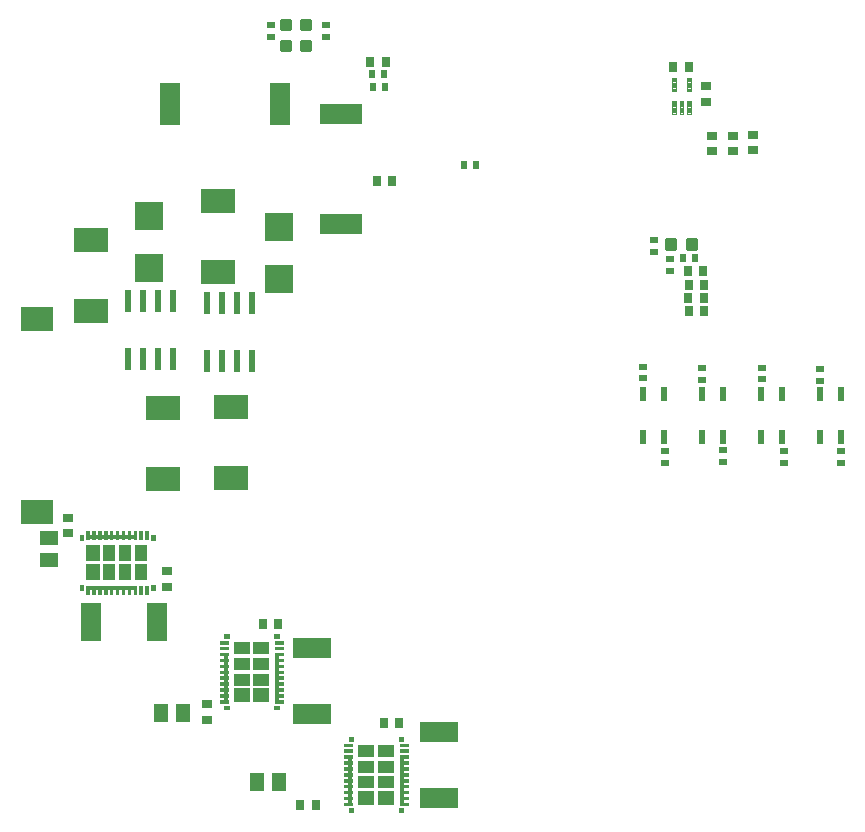
<source format=gbr>
G04 EAGLE Gerber X2 export*
%TF.Part,Single*%
%TF.FileFunction,Paste,Top*%
%TF.FilePolarity,Positive*%
%TF.GenerationSoftware,Autodesk,EAGLE,8.6.0*%
%TF.CreationDate,2018-04-20T16:04:26Z*%
G75*
%MOMM*%
%FSLAX34Y34*%
%LPD*%
%AMOC8*
5,1,8,0,0,1.08239X$1,22.5*%
G01*
%ADD10R,0.558800X1.981200*%
%ADD11R,3.000000X2.000000*%
%ADD12R,0.700000X0.900000*%
%ADD13R,0.900000X0.700000*%
%ADD14R,2.400000X2.400000*%
%ADD15C,0.300000*%
%ADD16R,0.600000X1.200000*%
%ADD17R,0.700000X0.600000*%
%ADD18R,3.200000X1.800000*%
%ADD19R,0.600000X0.700000*%
%ADD20R,1.300000X1.500000*%
%ADD21R,1.500000X1.300000*%
%ADD22R,1.800000X3.200000*%
%ADD23R,3.600000X1.800000*%
%ADD24R,1.800000X3.600000*%
%ADD25R,1.408969X1.132000*%
%ADD26R,1.408416X1.158291*%
%ADD27R,1.408744X1.118800*%
%ADD28R,1.407994X1.092841*%
%ADD29R,1.437131X1.094559*%
%ADD30R,1.434150X1.118406*%
%ADD31R,1.435381X1.140469*%
%ADD32R,1.434009X1.160269*%
%ADD33R,0.385381X3.910769*%
%ADD34R,0.316159X3.915181*%
%ADD35C,0.037500*%
%ADD36C,0.056250*%
%ADD37R,1.132000X1.408969*%
%ADD38R,1.158291X1.408416*%
%ADD39R,1.118800X1.408744*%
%ADD40R,1.092841X1.407994*%
%ADD41R,1.094559X1.437131*%
%ADD42R,1.118406X1.434150*%
%ADD43R,1.140469X1.435381*%
%ADD44R,1.160269X1.434009*%
%ADD45R,3.910769X0.385381*%
%ADD46R,3.915181X0.316159*%
%ADD47R,2.800000X2.100000*%
%ADD48C,0.100000*%


D10*
X376738Y617668D03*
X364038Y617668D03*
X351338Y617668D03*
X338638Y617668D03*
X338638Y568392D03*
X351338Y568392D03*
X364038Y568392D03*
X376738Y568392D03*
X310356Y618844D03*
X297656Y618844D03*
X284956Y618844D03*
X272256Y618844D03*
X272256Y569568D03*
X284956Y569568D03*
X297656Y569568D03*
X310356Y569568D03*
D11*
X240678Y670802D03*
X240678Y610802D03*
D12*
X759200Y644700D03*
X746200Y644700D03*
X430900Y192200D03*
X417900Y192200D03*
D13*
X338800Y277400D03*
X338800Y264400D03*
D12*
X490200Y821700D03*
X477200Y821700D03*
D11*
X301964Y528610D03*
X301964Y468610D03*
D12*
X495800Y720200D03*
X482800Y720200D03*
D11*
X348080Y703808D03*
X348080Y643808D03*
D12*
X746800Y817200D03*
X733800Y817200D03*
D13*
X221300Y435300D03*
X221300Y422300D03*
X761700Y787800D03*
X761700Y800800D03*
D12*
X746676Y632902D03*
X759676Y632902D03*
X746422Y621518D03*
X759422Y621518D03*
D11*
X359696Y529452D03*
X359696Y469452D03*
D12*
X746676Y610150D03*
X759676Y610150D03*
D13*
X783966Y745952D03*
X783966Y758952D03*
X766550Y745870D03*
X766550Y758870D03*
X801036Y746766D03*
X801036Y759766D03*
D12*
X386228Y345904D03*
X399228Y345904D03*
D13*
X305116Y390040D03*
X305116Y377040D03*
D12*
X488472Y261936D03*
X501472Y261936D03*
D14*
X290270Y647258D03*
X290270Y691258D03*
X400208Y637718D03*
X400208Y681718D03*
D15*
X735430Y670400D02*
X735430Y663400D01*
X728430Y663400D01*
X728430Y670400D01*
X735430Y670400D01*
X735430Y666399D02*
X728430Y666399D01*
X728430Y669398D02*
X735430Y669398D01*
X752970Y670400D02*
X752970Y663400D01*
X745970Y663400D01*
X745970Y670400D01*
X752970Y670400D01*
X752970Y666399D02*
X745970Y666399D01*
X745970Y669398D02*
X752970Y669398D01*
D16*
X726000Y504000D03*
X726000Y540000D03*
X708000Y540000D03*
X708000Y504000D03*
X776000Y504000D03*
X776000Y540000D03*
X758000Y540000D03*
X758000Y504000D03*
X826000Y504000D03*
X826000Y540000D03*
X808000Y540000D03*
X808000Y504000D03*
X876000Y504000D03*
X876000Y540000D03*
X858000Y540000D03*
X858000Y504000D03*
D17*
X730800Y654200D03*
X730800Y644200D03*
D18*
X427628Y325240D03*
X427628Y269240D03*
X535644Y254016D03*
X535644Y198016D03*
D19*
X479400Y800300D03*
X489400Y800300D03*
D17*
X875650Y492170D03*
X875650Y482170D03*
X858050Y551470D03*
X858050Y561470D03*
D19*
X566700Y734400D03*
X556700Y734400D03*
D17*
X827150Y492170D03*
X827150Y482170D03*
X808850Y552670D03*
X808850Y562670D03*
X775654Y492910D03*
X775654Y482910D03*
X758350Y551870D03*
X758350Y561870D03*
X726546Y492186D03*
X726546Y482186D03*
X708550Y553470D03*
X708550Y563470D03*
D20*
X381008Y211622D03*
X400008Y211622D03*
X299690Y269954D03*
X318690Y269954D03*
D21*
X205418Y399384D03*
X205418Y418384D03*
D19*
X742000Y655500D03*
X752000Y655500D03*
D17*
X717200Y660700D03*
X717200Y670700D03*
D22*
X296688Y347150D03*
X240688Y347150D03*
D23*
X452582Y684612D03*
X452582Y777612D03*
D24*
X400814Y785508D03*
X307814Y785508D03*
D25*
X490177Y211572D03*
D26*
X490180Y198241D03*
D27*
X490178Y224838D03*
D28*
X490182Y238168D03*
D29*
X473836Y238159D03*
D30*
X473851Y224840D03*
D31*
X473845Y211530D03*
D32*
X473852Y198231D03*
D33*
X460145Y213678D03*
D34*
X503991Y213656D03*
D35*
X461885Y242169D02*
X461885Y244295D01*
X461885Y242169D02*
X455259Y242169D01*
X455259Y244295D01*
X461885Y244295D01*
X461885Y242543D02*
X455259Y242543D01*
X455259Y242917D02*
X461885Y242917D01*
X461885Y243291D02*
X455259Y243291D01*
X455259Y243665D02*
X461885Y243665D01*
X461885Y244039D02*
X455259Y244039D01*
X508885Y244295D02*
X508885Y242169D01*
X502259Y242169D01*
X502259Y244295D01*
X508885Y244295D01*
X508885Y242543D02*
X502259Y242543D01*
X502259Y242917D02*
X508885Y242917D01*
X508885Y243291D02*
X502259Y243291D01*
X502259Y243665D02*
X508885Y243665D01*
X508885Y244039D02*
X502259Y244039D01*
X461885Y239295D02*
X461885Y237169D01*
X455259Y237169D01*
X455259Y239295D01*
X461885Y239295D01*
X461885Y237543D02*
X455259Y237543D01*
X455259Y237917D02*
X461885Y237917D01*
X461885Y238291D02*
X455259Y238291D01*
X455259Y238665D02*
X461885Y238665D01*
X461885Y239039D02*
X455259Y239039D01*
X461885Y234295D02*
X461885Y232169D01*
X455259Y232169D01*
X455259Y234295D01*
X461885Y234295D01*
X461885Y232543D02*
X455259Y232543D01*
X455259Y232917D02*
X461885Y232917D01*
X461885Y233291D02*
X455259Y233291D01*
X455259Y233665D02*
X461885Y233665D01*
X461885Y234039D02*
X455259Y234039D01*
X461885Y229295D02*
X461885Y227169D01*
X455259Y227169D01*
X455259Y229295D01*
X461885Y229295D01*
X461885Y227543D02*
X455259Y227543D01*
X455259Y227917D02*
X461885Y227917D01*
X461885Y228291D02*
X455259Y228291D01*
X455259Y228665D02*
X461885Y228665D01*
X461885Y229039D02*
X455259Y229039D01*
X461885Y224295D02*
X461885Y222169D01*
X455259Y222169D01*
X455259Y224295D01*
X461885Y224295D01*
X461885Y222543D02*
X455259Y222543D01*
X455259Y222917D02*
X461885Y222917D01*
X461885Y223291D02*
X455259Y223291D01*
X455259Y223665D02*
X461885Y223665D01*
X461885Y224039D02*
X455259Y224039D01*
X461885Y219295D02*
X461885Y217169D01*
X455259Y217169D01*
X455259Y219295D01*
X461885Y219295D01*
X461885Y217543D02*
X455259Y217543D01*
X455259Y217917D02*
X461885Y217917D01*
X461885Y218291D02*
X455259Y218291D01*
X455259Y218665D02*
X461885Y218665D01*
X461885Y219039D02*
X455259Y219039D01*
X461885Y214295D02*
X461885Y212169D01*
X455259Y212169D01*
X455259Y214295D01*
X461885Y214295D01*
X461885Y212543D02*
X455259Y212543D01*
X455259Y212917D02*
X461885Y212917D01*
X461885Y213291D02*
X455259Y213291D01*
X455259Y213665D02*
X461885Y213665D01*
X461885Y214039D02*
X455259Y214039D01*
X461885Y209295D02*
X461885Y207169D01*
X455259Y207169D01*
X455259Y209295D01*
X461885Y209295D01*
X461885Y207543D02*
X455259Y207543D01*
X455259Y207917D02*
X461885Y207917D01*
X461885Y208291D02*
X455259Y208291D01*
X455259Y208665D02*
X461885Y208665D01*
X461885Y209039D02*
X455259Y209039D01*
X461885Y204295D02*
X461885Y202169D01*
X455259Y202169D01*
X455259Y204295D01*
X461885Y204295D01*
X461885Y202543D02*
X455259Y202543D01*
X455259Y202917D02*
X461885Y202917D01*
X461885Y203291D02*
X455259Y203291D01*
X455259Y203665D02*
X461885Y203665D01*
X461885Y204039D02*
X455259Y204039D01*
X461885Y199295D02*
X461885Y197169D01*
X455259Y197169D01*
X455259Y199295D01*
X461885Y199295D01*
X461885Y197543D02*
X455259Y197543D01*
X455259Y197917D02*
X461885Y197917D01*
X461885Y198291D02*
X455259Y198291D01*
X455259Y198665D02*
X461885Y198665D01*
X461885Y199039D02*
X455259Y199039D01*
X461885Y194295D02*
X461885Y192169D01*
X455259Y192169D01*
X455259Y194295D01*
X461885Y194295D01*
X461885Y192543D02*
X455259Y192543D01*
X455259Y192917D02*
X461885Y192917D01*
X461885Y193291D02*
X455259Y193291D01*
X455259Y193665D02*
X461885Y193665D01*
X461885Y194039D02*
X455259Y194039D01*
X508885Y194295D02*
X508885Y192169D01*
X502259Y192169D01*
X502259Y194295D01*
X508885Y194295D01*
X508885Y192543D02*
X502259Y192543D01*
X502259Y192917D02*
X508885Y192917D01*
X508885Y193291D02*
X502259Y193291D01*
X502259Y193665D02*
X508885Y193665D01*
X508885Y194039D02*
X502259Y194039D01*
X508885Y197169D02*
X508885Y199295D01*
X508885Y197169D02*
X502259Y197169D01*
X502259Y199295D01*
X508885Y199295D01*
X508885Y197543D02*
X502259Y197543D01*
X502259Y197917D02*
X508885Y197917D01*
X508885Y198291D02*
X502259Y198291D01*
X502259Y198665D02*
X508885Y198665D01*
X508885Y199039D02*
X502259Y199039D01*
X508885Y202169D02*
X508885Y204295D01*
X508885Y202169D02*
X502259Y202169D01*
X502259Y204295D01*
X508885Y204295D01*
X508885Y202543D02*
X502259Y202543D01*
X502259Y202917D02*
X508885Y202917D01*
X508885Y203291D02*
X502259Y203291D01*
X502259Y203665D02*
X508885Y203665D01*
X508885Y204039D02*
X502259Y204039D01*
X508885Y207169D02*
X508885Y209295D01*
X508885Y207169D02*
X502259Y207169D01*
X502259Y209295D01*
X508885Y209295D01*
X508885Y207543D02*
X502259Y207543D01*
X502259Y207917D02*
X508885Y207917D01*
X508885Y208291D02*
X502259Y208291D01*
X502259Y208665D02*
X508885Y208665D01*
X508885Y209039D02*
X502259Y209039D01*
X508885Y212169D02*
X508885Y214295D01*
X508885Y212169D02*
X502259Y212169D01*
X502259Y214295D01*
X508885Y214295D01*
X508885Y212543D02*
X502259Y212543D01*
X502259Y212917D02*
X508885Y212917D01*
X508885Y213291D02*
X502259Y213291D01*
X502259Y213665D02*
X508885Y213665D01*
X508885Y214039D02*
X502259Y214039D01*
X508885Y217169D02*
X508885Y219295D01*
X508885Y217169D02*
X502259Y217169D01*
X502259Y219295D01*
X508885Y219295D01*
X508885Y217543D02*
X502259Y217543D01*
X502259Y217917D02*
X508885Y217917D01*
X508885Y218291D02*
X502259Y218291D01*
X502259Y218665D02*
X508885Y218665D01*
X508885Y219039D02*
X502259Y219039D01*
X508885Y222169D02*
X508885Y224295D01*
X508885Y222169D02*
X502259Y222169D01*
X502259Y224295D01*
X508885Y224295D01*
X508885Y222543D02*
X502259Y222543D01*
X502259Y222917D02*
X508885Y222917D01*
X508885Y223291D02*
X502259Y223291D01*
X502259Y223665D02*
X508885Y223665D01*
X508885Y224039D02*
X502259Y224039D01*
X508885Y227169D02*
X508885Y229295D01*
X508885Y227169D02*
X502259Y227169D01*
X502259Y229295D01*
X508885Y229295D01*
X508885Y227543D02*
X502259Y227543D01*
X502259Y227917D02*
X508885Y227917D01*
X508885Y228291D02*
X502259Y228291D01*
X502259Y228665D02*
X508885Y228665D01*
X508885Y229039D02*
X502259Y229039D01*
X508885Y232169D02*
X508885Y234295D01*
X508885Y232169D02*
X502259Y232169D01*
X502259Y234295D01*
X508885Y234295D01*
X508885Y232543D02*
X502259Y232543D01*
X502259Y232917D02*
X508885Y232917D01*
X508885Y233291D02*
X502259Y233291D01*
X502259Y233665D02*
X508885Y233665D01*
X508885Y234039D02*
X502259Y234039D01*
X508885Y237169D02*
X508885Y239295D01*
X508885Y237169D02*
X502259Y237169D01*
X502259Y239295D01*
X508885Y239295D01*
X508885Y237543D02*
X502259Y237543D01*
X502259Y237917D02*
X508885Y237917D01*
X508885Y238291D02*
X502259Y238291D01*
X502259Y238665D02*
X508885Y238665D01*
X508885Y239039D02*
X502259Y239039D01*
D36*
X501353Y246768D02*
X505091Y246768D01*
X501353Y246768D02*
X501353Y249956D01*
X505091Y249956D01*
X505091Y246768D01*
X505091Y247330D02*
X501353Y247330D01*
X501353Y247892D02*
X505091Y247892D01*
X505091Y248454D02*
X501353Y248454D01*
X501353Y249016D02*
X505091Y249016D01*
X505091Y249578D02*
X501353Y249578D01*
X462791Y246768D02*
X459053Y246768D01*
X459053Y249956D01*
X462791Y249956D01*
X462791Y246768D01*
X462791Y247330D02*
X459053Y247330D01*
X459053Y247892D02*
X462791Y247892D01*
X462791Y248454D02*
X459053Y248454D01*
X459053Y249016D02*
X462791Y249016D01*
X462791Y249578D02*
X459053Y249578D01*
X459053Y186508D02*
X462791Y186508D01*
X459053Y186508D02*
X459053Y189696D01*
X462791Y189696D01*
X462791Y186508D01*
X462791Y187070D02*
X459053Y187070D01*
X459053Y187632D02*
X462791Y187632D01*
X462791Y188194D02*
X459053Y188194D01*
X459053Y188756D02*
X462791Y188756D01*
X462791Y189318D02*
X459053Y189318D01*
X501353Y186508D02*
X505091Y186508D01*
X501353Y186508D02*
X501353Y189696D01*
X505091Y189696D01*
X505091Y186508D01*
X505091Y187070D02*
X501353Y187070D01*
X501353Y187632D02*
X505091Y187632D01*
X505091Y188194D02*
X501353Y188194D01*
X501353Y188756D02*
X505091Y188756D01*
X505091Y189318D02*
X501353Y189318D01*
D25*
X384735Y298416D03*
D26*
X384738Y285085D03*
D27*
X384736Y311682D03*
D28*
X384740Y325012D03*
D29*
X368394Y325003D03*
D30*
X368409Y311684D03*
D31*
X368403Y298374D03*
D32*
X368410Y285075D03*
D33*
X354703Y300522D03*
D34*
X398549Y300500D03*
D35*
X356443Y329013D02*
X356443Y331139D01*
X356443Y329013D02*
X349817Y329013D01*
X349817Y331139D01*
X356443Y331139D01*
X356443Y329387D02*
X349817Y329387D01*
X349817Y329761D02*
X356443Y329761D01*
X356443Y330135D02*
X349817Y330135D01*
X349817Y330509D02*
X356443Y330509D01*
X356443Y330883D02*
X349817Y330883D01*
X403443Y331139D02*
X403443Y329013D01*
X396817Y329013D01*
X396817Y331139D01*
X403443Y331139D01*
X403443Y329387D02*
X396817Y329387D01*
X396817Y329761D02*
X403443Y329761D01*
X403443Y330135D02*
X396817Y330135D01*
X396817Y330509D02*
X403443Y330509D01*
X403443Y330883D02*
X396817Y330883D01*
X356443Y326139D02*
X356443Y324013D01*
X349817Y324013D01*
X349817Y326139D01*
X356443Y326139D01*
X356443Y324387D02*
X349817Y324387D01*
X349817Y324761D02*
X356443Y324761D01*
X356443Y325135D02*
X349817Y325135D01*
X349817Y325509D02*
X356443Y325509D01*
X356443Y325883D02*
X349817Y325883D01*
X356443Y321139D02*
X356443Y319013D01*
X349817Y319013D01*
X349817Y321139D01*
X356443Y321139D01*
X356443Y319387D02*
X349817Y319387D01*
X349817Y319761D02*
X356443Y319761D01*
X356443Y320135D02*
X349817Y320135D01*
X349817Y320509D02*
X356443Y320509D01*
X356443Y320883D02*
X349817Y320883D01*
X356443Y316139D02*
X356443Y314013D01*
X349817Y314013D01*
X349817Y316139D01*
X356443Y316139D01*
X356443Y314387D02*
X349817Y314387D01*
X349817Y314761D02*
X356443Y314761D01*
X356443Y315135D02*
X349817Y315135D01*
X349817Y315509D02*
X356443Y315509D01*
X356443Y315883D02*
X349817Y315883D01*
X356443Y311139D02*
X356443Y309013D01*
X349817Y309013D01*
X349817Y311139D01*
X356443Y311139D01*
X356443Y309387D02*
X349817Y309387D01*
X349817Y309761D02*
X356443Y309761D01*
X356443Y310135D02*
X349817Y310135D01*
X349817Y310509D02*
X356443Y310509D01*
X356443Y310883D02*
X349817Y310883D01*
X356443Y306139D02*
X356443Y304013D01*
X349817Y304013D01*
X349817Y306139D01*
X356443Y306139D01*
X356443Y304387D02*
X349817Y304387D01*
X349817Y304761D02*
X356443Y304761D01*
X356443Y305135D02*
X349817Y305135D01*
X349817Y305509D02*
X356443Y305509D01*
X356443Y305883D02*
X349817Y305883D01*
X356443Y301139D02*
X356443Y299013D01*
X349817Y299013D01*
X349817Y301139D01*
X356443Y301139D01*
X356443Y299387D02*
X349817Y299387D01*
X349817Y299761D02*
X356443Y299761D01*
X356443Y300135D02*
X349817Y300135D01*
X349817Y300509D02*
X356443Y300509D01*
X356443Y300883D02*
X349817Y300883D01*
X356443Y296139D02*
X356443Y294013D01*
X349817Y294013D01*
X349817Y296139D01*
X356443Y296139D01*
X356443Y294387D02*
X349817Y294387D01*
X349817Y294761D02*
X356443Y294761D01*
X356443Y295135D02*
X349817Y295135D01*
X349817Y295509D02*
X356443Y295509D01*
X356443Y295883D02*
X349817Y295883D01*
X356443Y291139D02*
X356443Y289013D01*
X349817Y289013D01*
X349817Y291139D01*
X356443Y291139D01*
X356443Y289387D02*
X349817Y289387D01*
X349817Y289761D02*
X356443Y289761D01*
X356443Y290135D02*
X349817Y290135D01*
X349817Y290509D02*
X356443Y290509D01*
X356443Y290883D02*
X349817Y290883D01*
X356443Y286139D02*
X356443Y284013D01*
X349817Y284013D01*
X349817Y286139D01*
X356443Y286139D01*
X356443Y284387D02*
X349817Y284387D01*
X349817Y284761D02*
X356443Y284761D01*
X356443Y285135D02*
X349817Y285135D01*
X349817Y285509D02*
X356443Y285509D01*
X356443Y285883D02*
X349817Y285883D01*
X356443Y281139D02*
X356443Y279013D01*
X349817Y279013D01*
X349817Y281139D01*
X356443Y281139D01*
X356443Y279387D02*
X349817Y279387D01*
X349817Y279761D02*
X356443Y279761D01*
X356443Y280135D02*
X349817Y280135D01*
X349817Y280509D02*
X356443Y280509D01*
X356443Y280883D02*
X349817Y280883D01*
X403443Y281139D02*
X403443Y279013D01*
X396817Y279013D01*
X396817Y281139D01*
X403443Y281139D01*
X403443Y279387D02*
X396817Y279387D01*
X396817Y279761D02*
X403443Y279761D01*
X403443Y280135D02*
X396817Y280135D01*
X396817Y280509D02*
X403443Y280509D01*
X403443Y280883D02*
X396817Y280883D01*
X403443Y284013D02*
X403443Y286139D01*
X403443Y284013D02*
X396817Y284013D01*
X396817Y286139D01*
X403443Y286139D01*
X403443Y284387D02*
X396817Y284387D01*
X396817Y284761D02*
X403443Y284761D01*
X403443Y285135D02*
X396817Y285135D01*
X396817Y285509D02*
X403443Y285509D01*
X403443Y285883D02*
X396817Y285883D01*
X403443Y289013D02*
X403443Y291139D01*
X403443Y289013D02*
X396817Y289013D01*
X396817Y291139D01*
X403443Y291139D01*
X403443Y289387D02*
X396817Y289387D01*
X396817Y289761D02*
X403443Y289761D01*
X403443Y290135D02*
X396817Y290135D01*
X396817Y290509D02*
X403443Y290509D01*
X403443Y290883D02*
X396817Y290883D01*
X403443Y294013D02*
X403443Y296139D01*
X403443Y294013D02*
X396817Y294013D01*
X396817Y296139D01*
X403443Y296139D01*
X403443Y294387D02*
X396817Y294387D01*
X396817Y294761D02*
X403443Y294761D01*
X403443Y295135D02*
X396817Y295135D01*
X396817Y295509D02*
X403443Y295509D01*
X403443Y295883D02*
X396817Y295883D01*
X403443Y299013D02*
X403443Y301139D01*
X403443Y299013D02*
X396817Y299013D01*
X396817Y301139D01*
X403443Y301139D01*
X403443Y299387D02*
X396817Y299387D01*
X396817Y299761D02*
X403443Y299761D01*
X403443Y300135D02*
X396817Y300135D01*
X396817Y300509D02*
X403443Y300509D01*
X403443Y300883D02*
X396817Y300883D01*
X403443Y304013D02*
X403443Y306139D01*
X403443Y304013D02*
X396817Y304013D01*
X396817Y306139D01*
X403443Y306139D01*
X403443Y304387D02*
X396817Y304387D01*
X396817Y304761D02*
X403443Y304761D01*
X403443Y305135D02*
X396817Y305135D01*
X396817Y305509D02*
X403443Y305509D01*
X403443Y305883D02*
X396817Y305883D01*
X403443Y309013D02*
X403443Y311139D01*
X403443Y309013D02*
X396817Y309013D01*
X396817Y311139D01*
X403443Y311139D01*
X403443Y309387D02*
X396817Y309387D01*
X396817Y309761D02*
X403443Y309761D01*
X403443Y310135D02*
X396817Y310135D01*
X396817Y310509D02*
X403443Y310509D01*
X403443Y310883D02*
X396817Y310883D01*
X403443Y314013D02*
X403443Y316139D01*
X403443Y314013D02*
X396817Y314013D01*
X396817Y316139D01*
X403443Y316139D01*
X403443Y314387D02*
X396817Y314387D01*
X396817Y314761D02*
X403443Y314761D01*
X403443Y315135D02*
X396817Y315135D01*
X396817Y315509D02*
X403443Y315509D01*
X403443Y315883D02*
X396817Y315883D01*
X403443Y319013D02*
X403443Y321139D01*
X403443Y319013D02*
X396817Y319013D01*
X396817Y321139D01*
X403443Y321139D01*
X403443Y319387D02*
X396817Y319387D01*
X396817Y319761D02*
X403443Y319761D01*
X403443Y320135D02*
X396817Y320135D01*
X396817Y320509D02*
X403443Y320509D01*
X403443Y320883D02*
X396817Y320883D01*
X403443Y324013D02*
X403443Y326139D01*
X403443Y324013D02*
X396817Y324013D01*
X396817Y326139D01*
X403443Y326139D01*
X403443Y324387D02*
X396817Y324387D01*
X396817Y324761D02*
X403443Y324761D01*
X403443Y325135D02*
X396817Y325135D01*
X396817Y325509D02*
X403443Y325509D01*
X403443Y325883D02*
X396817Y325883D01*
D36*
X395911Y333612D02*
X399649Y333612D01*
X395911Y333612D02*
X395911Y336800D01*
X399649Y336800D01*
X399649Y333612D01*
X399649Y334174D02*
X395911Y334174D01*
X395911Y334736D02*
X399649Y334736D01*
X399649Y335298D02*
X395911Y335298D01*
X395911Y335860D02*
X399649Y335860D01*
X399649Y336422D02*
X395911Y336422D01*
X357349Y333612D02*
X353611Y333612D01*
X353611Y336800D01*
X357349Y336800D01*
X357349Y333612D01*
X357349Y334174D02*
X353611Y334174D01*
X353611Y334736D02*
X357349Y334736D01*
X357349Y335298D02*
X353611Y335298D01*
X353611Y335860D02*
X357349Y335860D01*
X357349Y336422D02*
X353611Y336422D01*
X353611Y273352D02*
X357349Y273352D01*
X353611Y273352D02*
X353611Y276540D01*
X357349Y276540D01*
X357349Y273352D01*
X357349Y273914D02*
X353611Y273914D01*
X353611Y274476D02*
X357349Y274476D01*
X357349Y275038D02*
X353611Y275038D01*
X353611Y275600D02*
X357349Y275600D01*
X357349Y276162D02*
X353611Y276162D01*
X395911Y273352D02*
X399649Y273352D01*
X395911Y273352D02*
X395911Y276540D01*
X399649Y276540D01*
X399649Y273352D01*
X399649Y273914D02*
X395911Y273914D01*
X395911Y274476D02*
X399649Y274476D01*
X399649Y275038D02*
X395911Y275038D01*
X395911Y275600D02*
X399649Y275600D01*
X399649Y276162D02*
X395911Y276162D01*
D37*
X256192Y389503D03*
D38*
X242861Y389500D03*
D39*
X269458Y389502D03*
D40*
X282788Y389498D03*
D41*
X282779Y405844D03*
D42*
X269460Y405829D03*
D43*
X256150Y405835D03*
D44*
X242851Y405828D03*
D45*
X258298Y419535D03*
D46*
X258276Y375689D03*
D35*
X286789Y417795D02*
X288915Y417795D01*
X286789Y417795D02*
X286789Y424421D01*
X288915Y424421D01*
X288915Y417795D01*
X288915Y418169D02*
X286789Y418169D01*
X286789Y418543D02*
X288915Y418543D01*
X288915Y418917D02*
X286789Y418917D01*
X286789Y419291D02*
X288915Y419291D01*
X288915Y419665D02*
X286789Y419665D01*
X286789Y420039D02*
X288915Y420039D01*
X288915Y420413D02*
X286789Y420413D01*
X286789Y420787D02*
X288915Y420787D01*
X288915Y421161D02*
X286789Y421161D01*
X286789Y421535D02*
X288915Y421535D01*
X288915Y421909D02*
X286789Y421909D01*
X286789Y422283D02*
X288915Y422283D01*
X288915Y422657D02*
X286789Y422657D01*
X286789Y423031D02*
X288915Y423031D01*
X288915Y423405D02*
X286789Y423405D01*
X286789Y423779D02*
X288915Y423779D01*
X288915Y424153D02*
X286789Y424153D01*
X286789Y370795D02*
X288915Y370795D01*
X286789Y370795D02*
X286789Y377421D01*
X288915Y377421D01*
X288915Y370795D01*
X288915Y371169D02*
X286789Y371169D01*
X286789Y371543D02*
X288915Y371543D01*
X288915Y371917D02*
X286789Y371917D01*
X286789Y372291D02*
X288915Y372291D01*
X288915Y372665D02*
X286789Y372665D01*
X286789Y373039D02*
X288915Y373039D01*
X288915Y373413D02*
X286789Y373413D01*
X286789Y373787D02*
X288915Y373787D01*
X288915Y374161D02*
X286789Y374161D01*
X286789Y374535D02*
X288915Y374535D01*
X288915Y374909D02*
X286789Y374909D01*
X286789Y375283D02*
X288915Y375283D01*
X288915Y375657D02*
X286789Y375657D01*
X286789Y376031D02*
X288915Y376031D01*
X288915Y376405D02*
X286789Y376405D01*
X286789Y376779D02*
X288915Y376779D01*
X288915Y377153D02*
X286789Y377153D01*
X283915Y417795D02*
X281789Y417795D01*
X281789Y424421D01*
X283915Y424421D01*
X283915Y417795D01*
X283915Y418169D02*
X281789Y418169D01*
X281789Y418543D02*
X283915Y418543D01*
X283915Y418917D02*
X281789Y418917D01*
X281789Y419291D02*
X283915Y419291D01*
X283915Y419665D02*
X281789Y419665D01*
X281789Y420039D02*
X283915Y420039D01*
X283915Y420413D02*
X281789Y420413D01*
X281789Y420787D02*
X283915Y420787D01*
X283915Y421161D02*
X281789Y421161D01*
X281789Y421535D02*
X283915Y421535D01*
X283915Y421909D02*
X281789Y421909D01*
X281789Y422283D02*
X283915Y422283D01*
X283915Y422657D02*
X281789Y422657D01*
X281789Y423031D02*
X283915Y423031D01*
X283915Y423405D02*
X281789Y423405D01*
X281789Y423779D02*
X283915Y423779D01*
X283915Y424153D02*
X281789Y424153D01*
X278915Y417795D02*
X276789Y417795D01*
X276789Y424421D01*
X278915Y424421D01*
X278915Y417795D01*
X278915Y418169D02*
X276789Y418169D01*
X276789Y418543D02*
X278915Y418543D01*
X278915Y418917D02*
X276789Y418917D01*
X276789Y419291D02*
X278915Y419291D01*
X278915Y419665D02*
X276789Y419665D01*
X276789Y420039D02*
X278915Y420039D01*
X278915Y420413D02*
X276789Y420413D01*
X276789Y420787D02*
X278915Y420787D01*
X278915Y421161D02*
X276789Y421161D01*
X276789Y421535D02*
X278915Y421535D01*
X278915Y421909D02*
X276789Y421909D01*
X276789Y422283D02*
X278915Y422283D01*
X278915Y422657D02*
X276789Y422657D01*
X276789Y423031D02*
X278915Y423031D01*
X278915Y423405D02*
X276789Y423405D01*
X276789Y423779D02*
X278915Y423779D01*
X278915Y424153D02*
X276789Y424153D01*
X273915Y417795D02*
X271789Y417795D01*
X271789Y424421D01*
X273915Y424421D01*
X273915Y417795D01*
X273915Y418169D02*
X271789Y418169D01*
X271789Y418543D02*
X273915Y418543D01*
X273915Y418917D02*
X271789Y418917D01*
X271789Y419291D02*
X273915Y419291D01*
X273915Y419665D02*
X271789Y419665D01*
X271789Y420039D02*
X273915Y420039D01*
X273915Y420413D02*
X271789Y420413D01*
X271789Y420787D02*
X273915Y420787D01*
X273915Y421161D02*
X271789Y421161D01*
X271789Y421535D02*
X273915Y421535D01*
X273915Y421909D02*
X271789Y421909D01*
X271789Y422283D02*
X273915Y422283D01*
X273915Y422657D02*
X271789Y422657D01*
X271789Y423031D02*
X273915Y423031D01*
X273915Y423405D02*
X271789Y423405D01*
X271789Y423779D02*
X273915Y423779D01*
X273915Y424153D02*
X271789Y424153D01*
X268915Y417795D02*
X266789Y417795D01*
X266789Y424421D01*
X268915Y424421D01*
X268915Y417795D01*
X268915Y418169D02*
X266789Y418169D01*
X266789Y418543D02*
X268915Y418543D01*
X268915Y418917D02*
X266789Y418917D01*
X266789Y419291D02*
X268915Y419291D01*
X268915Y419665D02*
X266789Y419665D01*
X266789Y420039D02*
X268915Y420039D01*
X268915Y420413D02*
X266789Y420413D01*
X266789Y420787D02*
X268915Y420787D01*
X268915Y421161D02*
X266789Y421161D01*
X266789Y421535D02*
X268915Y421535D01*
X268915Y421909D02*
X266789Y421909D01*
X266789Y422283D02*
X268915Y422283D01*
X268915Y422657D02*
X266789Y422657D01*
X266789Y423031D02*
X268915Y423031D01*
X268915Y423405D02*
X266789Y423405D01*
X266789Y423779D02*
X268915Y423779D01*
X268915Y424153D02*
X266789Y424153D01*
X263915Y417795D02*
X261789Y417795D01*
X261789Y424421D01*
X263915Y424421D01*
X263915Y417795D01*
X263915Y418169D02*
X261789Y418169D01*
X261789Y418543D02*
X263915Y418543D01*
X263915Y418917D02*
X261789Y418917D01*
X261789Y419291D02*
X263915Y419291D01*
X263915Y419665D02*
X261789Y419665D01*
X261789Y420039D02*
X263915Y420039D01*
X263915Y420413D02*
X261789Y420413D01*
X261789Y420787D02*
X263915Y420787D01*
X263915Y421161D02*
X261789Y421161D01*
X261789Y421535D02*
X263915Y421535D01*
X263915Y421909D02*
X261789Y421909D01*
X261789Y422283D02*
X263915Y422283D01*
X263915Y422657D02*
X261789Y422657D01*
X261789Y423031D02*
X263915Y423031D01*
X263915Y423405D02*
X261789Y423405D01*
X261789Y423779D02*
X263915Y423779D01*
X263915Y424153D02*
X261789Y424153D01*
X258915Y417795D02*
X256789Y417795D01*
X256789Y424421D01*
X258915Y424421D01*
X258915Y417795D01*
X258915Y418169D02*
X256789Y418169D01*
X256789Y418543D02*
X258915Y418543D01*
X258915Y418917D02*
X256789Y418917D01*
X256789Y419291D02*
X258915Y419291D01*
X258915Y419665D02*
X256789Y419665D01*
X256789Y420039D02*
X258915Y420039D01*
X258915Y420413D02*
X256789Y420413D01*
X256789Y420787D02*
X258915Y420787D01*
X258915Y421161D02*
X256789Y421161D01*
X256789Y421535D02*
X258915Y421535D01*
X258915Y421909D02*
X256789Y421909D01*
X256789Y422283D02*
X258915Y422283D01*
X258915Y422657D02*
X256789Y422657D01*
X256789Y423031D02*
X258915Y423031D01*
X258915Y423405D02*
X256789Y423405D01*
X256789Y423779D02*
X258915Y423779D01*
X258915Y424153D02*
X256789Y424153D01*
X253915Y417795D02*
X251789Y417795D01*
X251789Y424421D01*
X253915Y424421D01*
X253915Y417795D01*
X253915Y418169D02*
X251789Y418169D01*
X251789Y418543D02*
X253915Y418543D01*
X253915Y418917D02*
X251789Y418917D01*
X251789Y419291D02*
X253915Y419291D01*
X253915Y419665D02*
X251789Y419665D01*
X251789Y420039D02*
X253915Y420039D01*
X253915Y420413D02*
X251789Y420413D01*
X251789Y420787D02*
X253915Y420787D01*
X253915Y421161D02*
X251789Y421161D01*
X251789Y421535D02*
X253915Y421535D01*
X253915Y421909D02*
X251789Y421909D01*
X251789Y422283D02*
X253915Y422283D01*
X253915Y422657D02*
X251789Y422657D01*
X251789Y423031D02*
X253915Y423031D01*
X253915Y423405D02*
X251789Y423405D01*
X251789Y423779D02*
X253915Y423779D01*
X253915Y424153D02*
X251789Y424153D01*
X248915Y417795D02*
X246789Y417795D01*
X246789Y424421D01*
X248915Y424421D01*
X248915Y417795D01*
X248915Y418169D02*
X246789Y418169D01*
X246789Y418543D02*
X248915Y418543D01*
X248915Y418917D02*
X246789Y418917D01*
X246789Y419291D02*
X248915Y419291D01*
X248915Y419665D02*
X246789Y419665D01*
X246789Y420039D02*
X248915Y420039D01*
X248915Y420413D02*
X246789Y420413D01*
X246789Y420787D02*
X248915Y420787D01*
X248915Y421161D02*
X246789Y421161D01*
X246789Y421535D02*
X248915Y421535D01*
X248915Y421909D02*
X246789Y421909D01*
X246789Y422283D02*
X248915Y422283D01*
X248915Y422657D02*
X246789Y422657D01*
X246789Y423031D02*
X248915Y423031D01*
X248915Y423405D02*
X246789Y423405D01*
X246789Y423779D02*
X248915Y423779D01*
X248915Y424153D02*
X246789Y424153D01*
X243915Y417795D02*
X241789Y417795D01*
X241789Y424421D01*
X243915Y424421D01*
X243915Y417795D01*
X243915Y418169D02*
X241789Y418169D01*
X241789Y418543D02*
X243915Y418543D01*
X243915Y418917D02*
X241789Y418917D01*
X241789Y419291D02*
X243915Y419291D01*
X243915Y419665D02*
X241789Y419665D01*
X241789Y420039D02*
X243915Y420039D01*
X243915Y420413D02*
X241789Y420413D01*
X241789Y420787D02*
X243915Y420787D01*
X243915Y421161D02*
X241789Y421161D01*
X241789Y421535D02*
X243915Y421535D01*
X243915Y421909D02*
X241789Y421909D01*
X241789Y422283D02*
X243915Y422283D01*
X243915Y422657D02*
X241789Y422657D01*
X241789Y423031D02*
X243915Y423031D01*
X243915Y423405D02*
X241789Y423405D01*
X241789Y423779D02*
X243915Y423779D01*
X243915Y424153D02*
X241789Y424153D01*
X238915Y417795D02*
X236789Y417795D01*
X236789Y424421D01*
X238915Y424421D01*
X238915Y417795D01*
X238915Y418169D02*
X236789Y418169D01*
X236789Y418543D02*
X238915Y418543D01*
X238915Y418917D02*
X236789Y418917D01*
X236789Y419291D02*
X238915Y419291D01*
X238915Y419665D02*
X236789Y419665D01*
X236789Y420039D02*
X238915Y420039D01*
X238915Y420413D02*
X236789Y420413D01*
X236789Y420787D02*
X238915Y420787D01*
X238915Y421161D02*
X236789Y421161D01*
X236789Y421535D02*
X238915Y421535D01*
X238915Y421909D02*
X236789Y421909D01*
X236789Y422283D02*
X238915Y422283D01*
X238915Y422657D02*
X236789Y422657D01*
X236789Y423031D02*
X238915Y423031D01*
X238915Y423405D02*
X236789Y423405D01*
X236789Y423779D02*
X238915Y423779D01*
X238915Y424153D02*
X236789Y424153D01*
X236789Y370795D02*
X238915Y370795D01*
X236789Y370795D02*
X236789Y377421D01*
X238915Y377421D01*
X238915Y370795D01*
X238915Y371169D02*
X236789Y371169D01*
X236789Y371543D02*
X238915Y371543D01*
X238915Y371917D02*
X236789Y371917D01*
X236789Y372291D02*
X238915Y372291D01*
X238915Y372665D02*
X236789Y372665D01*
X236789Y373039D02*
X238915Y373039D01*
X238915Y373413D02*
X236789Y373413D01*
X236789Y373787D02*
X238915Y373787D01*
X238915Y374161D02*
X236789Y374161D01*
X236789Y374535D02*
X238915Y374535D01*
X238915Y374909D02*
X236789Y374909D01*
X236789Y375283D02*
X238915Y375283D01*
X238915Y375657D02*
X236789Y375657D01*
X236789Y376031D02*
X238915Y376031D01*
X238915Y376405D02*
X236789Y376405D01*
X236789Y376779D02*
X238915Y376779D01*
X238915Y377153D02*
X236789Y377153D01*
X241789Y370795D02*
X243915Y370795D01*
X241789Y370795D02*
X241789Y377421D01*
X243915Y377421D01*
X243915Y370795D01*
X243915Y371169D02*
X241789Y371169D01*
X241789Y371543D02*
X243915Y371543D01*
X243915Y371917D02*
X241789Y371917D01*
X241789Y372291D02*
X243915Y372291D01*
X243915Y372665D02*
X241789Y372665D01*
X241789Y373039D02*
X243915Y373039D01*
X243915Y373413D02*
X241789Y373413D01*
X241789Y373787D02*
X243915Y373787D01*
X243915Y374161D02*
X241789Y374161D01*
X241789Y374535D02*
X243915Y374535D01*
X243915Y374909D02*
X241789Y374909D01*
X241789Y375283D02*
X243915Y375283D01*
X243915Y375657D02*
X241789Y375657D01*
X241789Y376031D02*
X243915Y376031D01*
X243915Y376405D02*
X241789Y376405D01*
X241789Y376779D02*
X243915Y376779D01*
X243915Y377153D02*
X241789Y377153D01*
X246789Y370795D02*
X248915Y370795D01*
X246789Y370795D02*
X246789Y377421D01*
X248915Y377421D01*
X248915Y370795D01*
X248915Y371169D02*
X246789Y371169D01*
X246789Y371543D02*
X248915Y371543D01*
X248915Y371917D02*
X246789Y371917D01*
X246789Y372291D02*
X248915Y372291D01*
X248915Y372665D02*
X246789Y372665D01*
X246789Y373039D02*
X248915Y373039D01*
X248915Y373413D02*
X246789Y373413D01*
X246789Y373787D02*
X248915Y373787D01*
X248915Y374161D02*
X246789Y374161D01*
X246789Y374535D02*
X248915Y374535D01*
X248915Y374909D02*
X246789Y374909D01*
X246789Y375283D02*
X248915Y375283D01*
X248915Y375657D02*
X246789Y375657D01*
X246789Y376031D02*
X248915Y376031D01*
X248915Y376405D02*
X246789Y376405D01*
X246789Y376779D02*
X248915Y376779D01*
X248915Y377153D02*
X246789Y377153D01*
X251789Y370795D02*
X253915Y370795D01*
X251789Y370795D02*
X251789Y377421D01*
X253915Y377421D01*
X253915Y370795D01*
X253915Y371169D02*
X251789Y371169D01*
X251789Y371543D02*
X253915Y371543D01*
X253915Y371917D02*
X251789Y371917D01*
X251789Y372291D02*
X253915Y372291D01*
X253915Y372665D02*
X251789Y372665D01*
X251789Y373039D02*
X253915Y373039D01*
X253915Y373413D02*
X251789Y373413D01*
X251789Y373787D02*
X253915Y373787D01*
X253915Y374161D02*
X251789Y374161D01*
X251789Y374535D02*
X253915Y374535D01*
X253915Y374909D02*
X251789Y374909D01*
X251789Y375283D02*
X253915Y375283D01*
X253915Y375657D02*
X251789Y375657D01*
X251789Y376031D02*
X253915Y376031D01*
X253915Y376405D02*
X251789Y376405D01*
X251789Y376779D02*
X253915Y376779D01*
X253915Y377153D02*
X251789Y377153D01*
X256789Y370795D02*
X258915Y370795D01*
X256789Y370795D02*
X256789Y377421D01*
X258915Y377421D01*
X258915Y370795D01*
X258915Y371169D02*
X256789Y371169D01*
X256789Y371543D02*
X258915Y371543D01*
X258915Y371917D02*
X256789Y371917D01*
X256789Y372291D02*
X258915Y372291D01*
X258915Y372665D02*
X256789Y372665D01*
X256789Y373039D02*
X258915Y373039D01*
X258915Y373413D02*
X256789Y373413D01*
X256789Y373787D02*
X258915Y373787D01*
X258915Y374161D02*
X256789Y374161D01*
X256789Y374535D02*
X258915Y374535D01*
X258915Y374909D02*
X256789Y374909D01*
X256789Y375283D02*
X258915Y375283D01*
X258915Y375657D02*
X256789Y375657D01*
X256789Y376031D02*
X258915Y376031D01*
X258915Y376405D02*
X256789Y376405D01*
X256789Y376779D02*
X258915Y376779D01*
X258915Y377153D02*
X256789Y377153D01*
X261789Y370795D02*
X263915Y370795D01*
X261789Y370795D02*
X261789Y377421D01*
X263915Y377421D01*
X263915Y370795D01*
X263915Y371169D02*
X261789Y371169D01*
X261789Y371543D02*
X263915Y371543D01*
X263915Y371917D02*
X261789Y371917D01*
X261789Y372291D02*
X263915Y372291D01*
X263915Y372665D02*
X261789Y372665D01*
X261789Y373039D02*
X263915Y373039D01*
X263915Y373413D02*
X261789Y373413D01*
X261789Y373787D02*
X263915Y373787D01*
X263915Y374161D02*
X261789Y374161D01*
X261789Y374535D02*
X263915Y374535D01*
X263915Y374909D02*
X261789Y374909D01*
X261789Y375283D02*
X263915Y375283D01*
X263915Y375657D02*
X261789Y375657D01*
X261789Y376031D02*
X263915Y376031D01*
X263915Y376405D02*
X261789Y376405D01*
X261789Y376779D02*
X263915Y376779D01*
X263915Y377153D02*
X261789Y377153D01*
X266789Y370795D02*
X268915Y370795D01*
X266789Y370795D02*
X266789Y377421D01*
X268915Y377421D01*
X268915Y370795D01*
X268915Y371169D02*
X266789Y371169D01*
X266789Y371543D02*
X268915Y371543D01*
X268915Y371917D02*
X266789Y371917D01*
X266789Y372291D02*
X268915Y372291D01*
X268915Y372665D02*
X266789Y372665D01*
X266789Y373039D02*
X268915Y373039D01*
X268915Y373413D02*
X266789Y373413D01*
X266789Y373787D02*
X268915Y373787D01*
X268915Y374161D02*
X266789Y374161D01*
X266789Y374535D02*
X268915Y374535D01*
X268915Y374909D02*
X266789Y374909D01*
X266789Y375283D02*
X268915Y375283D01*
X268915Y375657D02*
X266789Y375657D01*
X266789Y376031D02*
X268915Y376031D01*
X268915Y376405D02*
X266789Y376405D01*
X266789Y376779D02*
X268915Y376779D01*
X268915Y377153D02*
X266789Y377153D01*
X271789Y370795D02*
X273915Y370795D01*
X271789Y370795D02*
X271789Y377421D01*
X273915Y377421D01*
X273915Y370795D01*
X273915Y371169D02*
X271789Y371169D01*
X271789Y371543D02*
X273915Y371543D01*
X273915Y371917D02*
X271789Y371917D01*
X271789Y372291D02*
X273915Y372291D01*
X273915Y372665D02*
X271789Y372665D01*
X271789Y373039D02*
X273915Y373039D01*
X273915Y373413D02*
X271789Y373413D01*
X271789Y373787D02*
X273915Y373787D01*
X273915Y374161D02*
X271789Y374161D01*
X271789Y374535D02*
X273915Y374535D01*
X273915Y374909D02*
X271789Y374909D01*
X271789Y375283D02*
X273915Y375283D01*
X273915Y375657D02*
X271789Y375657D01*
X271789Y376031D02*
X273915Y376031D01*
X273915Y376405D02*
X271789Y376405D01*
X271789Y376779D02*
X273915Y376779D01*
X273915Y377153D02*
X271789Y377153D01*
X276789Y370795D02*
X278915Y370795D01*
X276789Y370795D02*
X276789Y377421D01*
X278915Y377421D01*
X278915Y370795D01*
X278915Y371169D02*
X276789Y371169D01*
X276789Y371543D02*
X278915Y371543D01*
X278915Y371917D02*
X276789Y371917D01*
X276789Y372291D02*
X278915Y372291D01*
X278915Y372665D02*
X276789Y372665D01*
X276789Y373039D02*
X278915Y373039D01*
X278915Y373413D02*
X276789Y373413D01*
X276789Y373787D02*
X278915Y373787D01*
X278915Y374161D02*
X276789Y374161D01*
X276789Y374535D02*
X278915Y374535D01*
X278915Y374909D02*
X276789Y374909D01*
X276789Y375283D02*
X278915Y375283D01*
X278915Y375657D02*
X276789Y375657D01*
X276789Y376031D02*
X278915Y376031D01*
X278915Y376405D02*
X276789Y376405D01*
X276789Y376779D02*
X278915Y376779D01*
X278915Y377153D02*
X276789Y377153D01*
X281789Y370795D02*
X283915Y370795D01*
X281789Y370795D02*
X281789Y377421D01*
X283915Y377421D01*
X283915Y370795D01*
X283915Y371169D02*
X281789Y371169D01*
X281789Y371543D02*
X283915Y371543D01*
X283915Y371917D02*
X281789Y371917D01*
X281789Y372291D02*
X283915Y372291D01*
X283915Y372665D02*
X281789Y372665D01*
X281789Y373039D02*
X283915Y373039D01*
X283915Y373413D02*
X281789Y373413D01*
X281789Y373787D02*
X283915Y373787D01*
X283915Y374161D02*
X281789Y374161D01*
X281789Y374535D02*
X283915Y374535D01*
X283915Y374909D02*
X281789Y374909D01*
X281789Y375283D02*
X283915Y375283D01*
X283915Y375657D02*
X281789Y375657D01*
X281789Y376031D02*
X283915Y376031D01*
X283915Y376405D02*
X281789Y376405D01*
X281789Y376779D02*
X283915Y376779D01*
X283915Y377153D02*
X281789Y377153D01*
D36*
X291388Y378327D02*
X291388Y374589D01*
X291388Y378327D02*
X294576Y378327D01*
X294576Y374589D01*
X291388Y374589D01*
X291388Y375151D02*
X294576Y375151D01*
X294576Y375713D02*
X291388Y375713D01*
X291388Y376275D02*
X294576Y376275D01*
X294576Y376837D02*
X291388Y376837D01*
X291388Y377399D02*
X294576Y377399D01*
X294576Y377961D02*
X291388Y377961D01*
X291388Y416889D02*
X291388Y420627D01*
X294576Y420627D01*
X294576Y416889D01*
X291388Y416889D01*
X291388Y417451D02*
X294576Y417451D01*
X294576Y418013D02*
X291388Y418013D01*
X291388Y418575D02*
X294576Y418575D01*
X294576Y419137D02*
X291388Y419137D01*
X291388Y419699D02*
X294576Y419699D01*
X294576Y420261D02*
X291388Y420261D01*
X231128Y420627D02*
X231128Y416889D01*
X231128Y420627D02*
X234316Y420627D01*
X234316Y416889D01*
X231128Y416889D01*
X231128Y417451D02*
X234316Y417451D01*
X234316Y418013D02*
X231128Y418013D01*
X231128Y418575D02*
X234316Y418575D01*
X234316Y419137D02*
X231128Y419137D01*
X231128Y419699D02*
X234316Y419699D01*
X234316Y420261D02*
X231128Y420261D01*
X231128Y378327D02*
X231128Y374589D01*
X231128Y378327D02*
X234316Y378327D01*
X234316Y374589D01*
X231128Y374589D01*
X231128Y375151D02*
X234316Y375151D01*
X234316Y375713D02*
X231128Y375713D01*
X231128Y376275D02*
X234316Y376275D01*
X234316Y376837D02*
X231128Y376837D01*
X231128Y377399D02*
X234316Y377399D01*
X234316Y377961D02*
X231128Y377961D01*
D47*
X195200Y440500D03*
X195200Y603500D03*
D48*
X732738Y777720D02*
X735738Y777720D01*
X732738Y777720D02*
X732738Y788620D01*
X735738Y788620D01*
X735738Y777720D01*
X735738Y778719D02*
X732738Y778719D01*
X732738Y779718D02*
X735738Y779718D01*
X735738Y780717D02*
X732738Y780717D01*
X732738Y781716D02*
X735738Y781716D01*
X735738Y782715D02*
X732738Y782715D01*
X732738Y783714D02*
X735738Y783714D01*
X735738Y784713D02*
X732738Y784713D01*
X732738Y785712D02*
X735738Y785712D01*
X735738Y786711D02*
X732738Y786711D01*
X732738Y787710D02*
X735738Y787710D01*
X739238Y777720D02*
X742238Y777720D01*
X739238Y777720D02*
X739238Y788620D01*
X742238Y788620D01*
X742238Y777720D01*
X742238Y778719D02*
X739238Y778719D01*
X739238Y779718D02*
X742238Y779718D01*
X742238Y780717D02*
X739238Y780717D01*
X739238Y781716D02*
X742238Y781716D01*
X742238Y782715D02*
X739238Y782715D01*
X739238Y783714D02*
X742238Y783714D01*
X742238Y784713D02*
X739238Y784713D01*
X739238Y785712D02*
X742238Y785712D01*
X742238Y786711D02*
X739238Y786711D01*
X739238Y787710D02*
X742238Y787710D01*
X745738Y777720D02*
X748738Y777720D01*
X745738Y777720D02*
X745738Y788620D01*
X748738Y788620D01*
X748738Y777720D01*
X748738Y778719D02*
X745738Y778719D01*
X745738Y779718D02*
X748738Y779718D01*
X748738Y780717D02*
X745738Y780717D01*
X745738Y781716D02*
X748738Y781716D01*
X748738Y782715D02*
X745738Y782715D01*
X745738Y783714D02*
X748738Y783714D01*
X748738Y784713D02*
X745738Y784713D01*
X745738Y785712D02*
X748738Y785712D01*
X748738Y786711D02*
X745738Y786711D01*
X745738Y787710D02*
X748738Y787710D01*
X748738Y807820D02*
X745738Y807820D01*
X748738Y807820D02*
X748738Y796920D01*
X745738Y796920D01*
X745738Y807820D01*
X745738Y797919D02*
X748738Y797919D01*
X748738Y798918D02*
X745738Y798918D01*
X745738Y799917D02*
X748738Y799917D01*
X748738Y800916D02*
X745738Y800916D01*
X745738Y801915D02*
X748738Y801915D01*
X748738Y802914D02*
X745738Y802914D01*
X745738Y803913D02*
X748738Y803913D01*
X748738Y804912D02*
X745738Y804912D01*
X745738Y805911D02*
X748738Y805911D01*
X748738Y806910D02*
X745738Y806910D01*
X735738Y807820D02*
X732738Y807820D01*
X735738Y807820D02*
X735738Y796920D01*
X732738Y796920D01*
X732738Y807820D01*
X732738Y797919D02*
X735738Y797919D01*
X735738Y798918D02*
X732738Y798918D01*
X732738Y799917D02*
X735738Y799917D01*
X735738Y800916D02*
X732738Y800916D01*
X732738Y801915D02*
X735738Y801915D01*
X735738Y802914D02*
X732738Y802914D01*
X732738Y803913D02*
X735738Y803913D01*
X735738Y804912D02*
X732738Y804912D01*
X732738Y805911D02*
X735738Y805911D01*
X735738Y806910D02*
X732738Y806910D01*
D17*
X440100Y842932D03*
X440100Y852932D03*
D15*
X426506Y838448D02*
X419506Y838448D01*
X426506Y838448D02*
X426506Y831448D01*
X419506Y831448D01*
X419506Y838448D01*
X419506Y834447D02*
X426506Y834447D01*
X426506Y837446D02*
X419506Y837446D01*
X419506Y855988D02*
X426506Y855988D01*
X426506Y848988D01*
X419506Y848988D01*
X419506Y855988D01*
X419506Y851987D02*
X426506Y851987D01*
X426506Y854986D02*
X419506Y854986D01*
D17*
X393396Y842932D03*
X393396Y852932D03*
D15*
X402210Y838448D02*
X409210Y838448D01*
X409210Y831448D01*
X402210Y831448D01*
X402210Y838448D01*
X402210Y834447D02*
X409210Y834447D01*
X409210Y837446D02*
X402210Y837446D01*
X402210Y855988D02*
X409210Y855988D01*
X409210Y848988D01*
X402210Y848988D01*
X402210Y855988D01*
X402210Y851987D02*
X409210Y851987D01*
X409210Y854986D02*
X402210Y854986D01*
D19*
X479000Y811000D03*
X489000Y811000D03*
M02*

</source>
